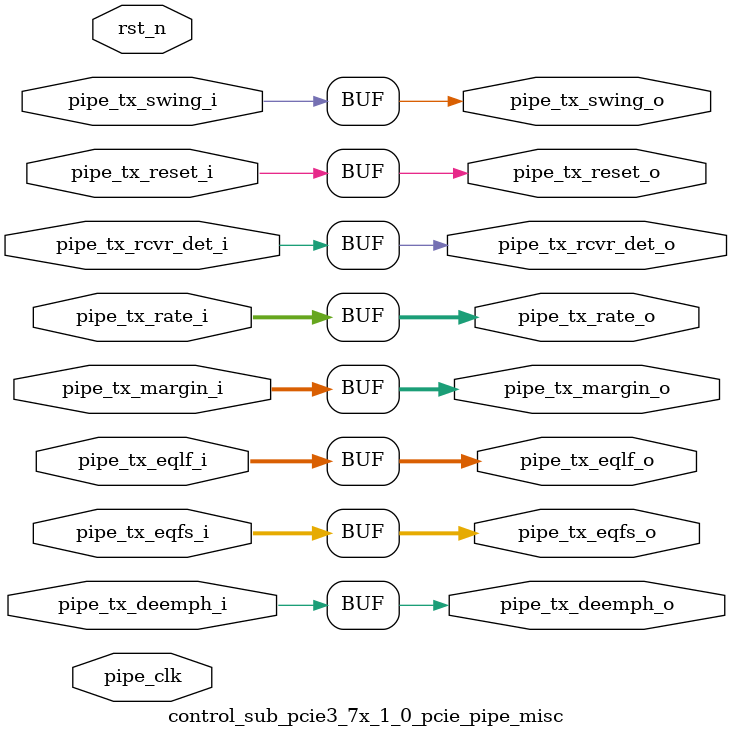
<source format=v>

`timescale 1ps/1ps

module control_sub_pcie3_7x_1_0_pcie_pipe_misc #
(
  parameter        TCQ = 100,
  parameter        PIPE_PIPELINE_STAGES = 0    // 0 - 0 stages, 1 - 1 stage, 2 - 2 stages
) (

  input   wire        pipe_tx_rcvr_det_i      ,     // PIPE Tx Receiver Detect
  input   wire        pipe_tx_reset_i         ,     // PIPE Tx Reset
  input   wire [1:0]  pipe_tx_rate_i          ,     // PIPE Tx Rate
  input   wire        pipe_tx_deemph_i        ,     // PIPE Tx Deemphasis
  input   wire [2:0]  pipe_tx_margin_i        ,     // PIPE Tx Margin
  input   wire        pipe_tx_swing_i         ,     // PIPE Tx Swing
  input   wire [5:0]  pipe_tx_eqfs_i          ,     // PIPE Tx
  input   wire [5:0]  pipe_tx_eqlf_i          ,     // PIPE Tx
  output  wire        pipe_tx_rcvr_det_o      ,     // Pipelined PIPE Tx Receiver Detect
  output  wire        pipe_tx_reset_o         ,     // Pipelined PIPE Tx Reset
  output  wire [1:0]  pipe_tx_rate_o          ,     // Pipelined PIPE Tx Rate
  output  wire        pipe_tx_deemph_o        ,     // Pipelined PIPE Tx Deemphasis
  output  wire [2:0]  pipe_tx_margin_o        ,     // Pipelined PIPE Tx Margin
  output  wire        pipe_tx_swing_o         ,     // Pipelined PIPE Tx Swing
  output wire [5:0]  pipe_tx_eqfs_o           ,     // PIPE Tx
  output wire [5:0]  pipe_tx_eqlf_o           ,     // PIPE Tx

  input   wire        pipe_clk                ,     // PIPE Clock
  input   wire        rst_n                         // Reset
);

  //******************************************************************//
  // Reality check.                                                   //
  //******************************************************************//

  reg                pipe_tx_rcvr_det_q       ;
  reg                pipe_tx_reset_q          ;
  reg [1:0]          pipe_tx_rate_q           ;
  reg                pipe_tx_deemph_q         ;
  reg [2:0]          pipe_tx_margin_q         ;
  reg                pipe_tx_swing_q          ;
  reg                pipe_tx_eqfs_q          ;
  reg                pipe_tx_eqlf_q          ;

  reg                pipe_tx_rcvr_det_qq      ;
  reg                pipe_tx_reset_qq         ;
  reg [1:0]          pipe_tx_rate_qq          ;
  reg                pipe_tx_deemph_qq        ;
  reg [2:0]          pipe_tx_margin_qq        ;
  reg                pipe_tx_swing_qq         ;
  reg                pipe_tx_eqfs_qq          ;
  reg                pipe_tx_eqlf_qq          ;


  generate

  if (PIPE_PIPELINE_STAGES == 0) begin : pipe_stages_0

      assign pipe_tx_rcvr_det_o = pipe_tx_rcvr_det_i;
      assign pipe_tx_reset_o    = pipe_tx_reset_i;
      assign pipe_tx_rate_o     = pipe_tx_rate_i;
      assign pipe_tx_deemph_o   = pipe_tx_deemph_i;
      assign pipe_tx_margin_o   = pipe_tx_margin_i;
      assign pipe_tx_swing_o    = pipe_tx_swing_i;
      assign pipe_tx_eqfs_o     = pipe_tx_eqfs_i;
      assign pipe_tx_eqlf_o     = pipe_tx_eqlf_i;

  end // if (PIPE_PIPELINE_STAGES == 0)
  else if (PIPE_PIPELINE_STAGES == 1) begin : pipe_stages_1

    always @(posedge pipe_clk) begin

      if (!rst_n)
      begin

        pipe_tx_rcvr_det_q <= #TCQ 1'b0;
        pipe_tx_reset_q    <= #TCQ 1'b1;
        pipe_tx_rate_q     <= #TCQ 2'b0;
        pipe_tx_deemph_q   <= #TCQ 1'b1;
        pipe_tx_margin_q   <= #TCQ 3'b0;
        pipe_tx_swing_q    <= #TCQ 1'b0;
        pipe_tx_eqfs_q     <= #TCQ 5'b0;
        pipe_tx_eqlf_q     <= #TCQ 5'b0;

      end
      else
      begin

        pipe_tx_rcvr_det_q <= #TCQ pipe_tx_rcvr_det_i;
        pipe_tx_reset_q    <= #TCQ pipe_tx_reset_i;
        pipe_tx_rate_q     <= #TCQ pipe_tx_rate_i;
        pipe_tx_deemph_q   <= #TCQ pipe_tx_deemph_i;
        pipe_tx_margin_q   <= #TCQ pipe_tx_margin_i;
        pipe_tx_swing_q    <= #TCQ pipe_tx_swing_i;
        pipe_tx_eqfs_q     <= #TCQ pipe_tx_eqfs_i;
        pipe_tx_eqlf_q     <= #TCQ pipe_tx_eqlf_i;

      end

    end

    assign pipe_tx_rcvr_det_o = pipe_tx_rcvr_det_q;
    assign pipe_tx_reset_o    = pipe_tx_reset_q;
    assign pipe_tx_rate_o     = pipe_tx_rate_q;
    assign pipe_tx_deemph_o   = pipe_tx_deemph_q;
    assign pipe_tx_margin_o   = pipe_tx_margin_q;
    assign pipe_tx_swing_o    = pipe_tx_swing_q;
    assign pipe_tx_eqfs_o     = pipe_tx_eqfs_q;
    assign pipe_tx_eqlf_o     = pipe_tx_eqlf_q;

  end // if (PIPE_PIPELINE_STAGES == 1)
  else if (PIPE_PIPELINE_STAGES == 2) begin : pipe_stages_2

    always @(posedge pipe_clk) begin

      if (!rst_n)
      begin

        pipe_tx_rcvr_det_q  <= #TCQ 1'b0;
        pipe_tx_reset_q     <= #TCQ 1'b1;
        pipe_tx_rate_q      <= #TCQ 2'b0;
        pipe_tx_deemph_q    <= #TCQ 1'b1;
        pipe_tx_margin_q    <= #TCQ 1'b0;
        pipe_tx_swing_q     <= #TCQ 1'b0;
        pipe_tx_eqfs_q      <= #TCQ 5'b0;
        pipe_tx_eqlf_q      <= #TCQ 5'b0;

        pipe_tx_rcvr_det_qq <= #TCQ 1'b0;
        pipe_tx_reset_qq    <= #TCQ 1'b1;
        pipe_tx_rate_qq     <= #TCQ 2'b0;
        pipe_tx_deemph_qq   <= #TCQ 1'b1;
        pipe_tx_margin_qq   <= #TCQ 1'b0;
        pipe_tx_swing_qq    <= #TCQ 1'b0;
        pipe_tx_eqfs_qq     <= #TCQ 5'b0;
        pipe_tx_eqlf_qq     <= #TCQ 5'b0;

      end
      else
      begin

        pipe_tx_rcvr_det_q  <= #TCQ pipe_tx_rcvr_det_i;
        pipe_tx_reset_q     <= #TCQ pipe_tx_reset_i;
        pipe_tx_rate_q      <= #TCQ pipe_tx_rate_i;
        pipe_tx_deemph_q    <= #TCQ pipe_tx_deemph_i;
        pipe_tx_margin_q    <= #TCQ pipe_tx_margin_i;
        pipe_tx_swing_q     <= #TCQ pipe_tx_swing_i;
        pipe_tx_eqfs_q      <= #TCQ pipe_tx_eqfs_i;
        pipe_tx_eqlf_q      <= #TCQ pipe_tx_eqlf_i;

        pipe_tx_rcvr_det_qq <= #TCQ pipe_tx_rcvr_det_q;
        pipe_tx_reset_qq    <= #TCQ pipe_tx_reset_q;
        pipe_tx_rate_qq     <= #TCQ pipe_tx_rate_q;
        pipe_tx_deemph_qq   <= #TCQ pipe_tx_deemph_q;
        pipe_tx_margin_qq   <= #TCQ pipe_tx_margin_q;
        pipe_tx_swing_qq    <= #TCQ pipe_tx_swing_q;
        pipe_tx_eqfs_qq     <= #TCQ pipe_tx_eqfs_q;
        pipe_tx_eqlf_qq     <= #TCQ pipe_tx_eqlf_q;

      end

    end

    assign pipe_tx_rcvr_det_o = pipe_tx_rcvr_det_qq;
    assign pipe_tx_reset_o    = pipe_tx_reset_qq;
    assign pipe_tx_rate_o     = pipe_tx_rate_qq;
    assign pipe_tx_deemph_o   = pipe_tx_deemph_qq;
    assign pipe_tx_margin_o   = pipe_tx_margin_qq;
    assign pipe_tx_swing_o    = pipe_tx_swing_qq;
    assign pipe_tx_eqfs_o     = pipe_tx_eqfs_qq;
    assign pipe_tx_eqlf_o     = pipe_tx_eqlf_qq;

  end // if (PIPE_PIPELINE_STAGES == 2)

  // Default to zero pipeline stages if PIPE_PIPELINE_STAGES != 0,1,2
  else begin
    assign pipe_tx_rcvr_det_o = pipe_tx_rcvr_det_i;
    assign pipe_tx_reset_o    = pipe_tx_reset_i;
    assign pipe_tx_rate_o     = pipe_tx_rate_i;
    assign pipe_tx_deemph_o   = pipe_tx_deemph_i;
    assign pipe_tx_margin_o   = pipe_tx_margin_i;
    assign pipe_tx_swing_o    = pipe_tx_swing_i;
    assign pipe_tx_eqfs_o     = pipe_tx_eqfs_i;
    assign pipe_tx_eqlf_o     = pipe_tx_eqlf_i;
  end
  endgenerate

endmodule


</source>
